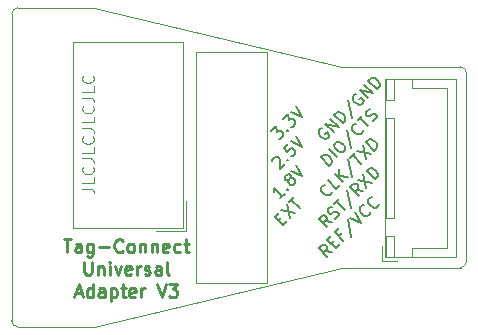
<source format=gto>
G04 #@! TF.GenerationSoftware,KiCad,Pcbnew,5.1.4+dfsg1-1*
G04 #@! TF.CreationDate,2019-12-02T03:44:51+01:00*
G04 #@! TF.ProjectId,JlinkBreakout,4a6c696e-6b42-4726-9561-6b6f75742e6b,rev?*
G04 #@! TF.SameCoordinates,Original*
G04 #@! TF.FileFunction,Legend,Top*
G04 #@! TF.FilePolarity,Positive*
%FSLAX46Y46*%
G04 Gerber Fmt 4.6, Leading zero omitted, Abs format (unit mm)*
G04 Created by KiCad (PCBNEW 5.1.4+dfsg1-1) date 2019-12-02 03:44:51*
%MOMM*%
%LPD*%
G04 APERTURE LIST*
%ADD10C,0.120000*%
%ADD11C,0.200000*%
%ADD12C,0.250000*%
%ADD13C,0.050000*%
%ADD14C,0.100000*%
G04 APERTURE END LIST*
D10*
X63952380Y-48319047D02*
X64666666Y-48319047D01*
X64809523Y-48366666D01*
X64904761Y-48461904D01*
X64952380Y-48604761D01*
X64952380Y-48700000D01*
X64952380Y-47366666D02*
X64952380Y-47842857D01*
X63952380Y-47842857D01*
X64857142Y-46461904D02*
X64904761Y-46509523D01*
X64952380Y-46652380D01*
X64952380Y-46747619D01*
X64904761Y-46890476D01*
X64809523Y-46985714D01*
X64714285Y-47033333D01*
X64523809Y-47080952D01*
X64380952Y-47080952D01*
X64190476Y-47033333D01*
X64095238Y-46985714D01*
X64000000Y-46890476D01*
X63952380Y-46747619D01*
X63952380Y-46652380D01*
X64000000Y-46509523D01*
X64047619Y-46461904D01*
X63952380Y-45747619D02*
X64666666Y-45747619D01*
X64809523Y-45795238D01*
X64904761Y-45890476D01*
X64952380Y-46033333D01*
X64952380Y-46128571D01*
X64952380Y-44795238D02*
X64952380Y-45271428D01*
X63952380Y-45271428D01*
X64857142Y-43890476D02*
X64904761Y-43938095D01*
X64952380Y-44080952D01*
X64952380Y-44176190D01*
X64904761Y-44319047D01*
X64809523Y-44414285D01*
X64714285Y-44461904D01*
X64523809Y-44509523D01*
X64380952Y-44509523D01*
X64190476Y-44461904D01*
X64095238Y-44414285D01*
X64000000Y-44319047D01*
X63952380Y-44176190D01*
X63952380Y-44080952D01*
X64000000Y-43938095D01*
X64047619Y-43890476D01*
X63952380Y-43176190D02*
X64666666Y-43176190D01*
X64809523Y-43223809D01*
X64904761Y-43319047D01*
X64952380Y-43461904D01*
X64952380Y-43557142D01*
X64952380Y-42223809D02*
X64952380Y-42700000D01*
X63952380Y-42700000D01*
X64857142Y-41319047D02*
X64904761Y-41366666D01*
X64952380Y-41509523D01*
X64952380Y-41604761D01*
X64904761Y-41747619D01*
X64809523Y-41842857D01*
X64714285Y-41890476D01*
X64523809Y-41938095D01*
X64380952Y-41938095D01*
X64190476Y-41890476D01*
X64095238Y-41842857D01*
X64000000Y-41747619D01*
X63952380Y-41604761D01*
X63952380Y-41509523D01*
X64000000Y-41366666D01*
X64047619Y-41319047D01*
X63952380Y-40604761D02*
X64666666Y-40604761D01*
X64809523Y-40652380D01*
X64904761Y-40747619D01*
X64952380Y-40890476D01*
X64952380Y-40985714D01*
X64952380Y-39652380D02*
X64952380Y-40128571D01*
X63952380Y-40128571D01*
X64857142Y-38747619D02*
X64904761Y-38795238D01*
X64952380Y-38938095D01*
X64952380Y-39033333D01*
X64904761Y-39176190D01*
X64809523Y-39271428D01*
X64714285Y-39319047D01*
X64523809Y-39366666D01*
X64380952Y-39366666D01*
X64190476Y-39319047D01*
X64095238Y-39271428D01*
X64000000Y-39176190D01*
X63952380Y-39033333D01*
X63952380Y-38938095D01*
X64000000Y-38795238D01*
X64047619Y-38747619D01*
D11*
X85118442Y-51171320D02*
X84546023Y-51070305D01*
X84714381Y-51575381D02*
X84007275Y-50868274D01*
X84276649Y-50598900D01*
X84377664Y-50565228D01*
X84445007Y-50565228D01*
X84546023Y-50598900D01*
X84647038Y-50699915D01*
X84680710Y-50800931D01*
X84680710Y-50868274D01*
X84647038Y-50969289D01*
X84377664Y-51238663D01*
X85354145Y-50868274D02*
X85488832Y-50800931D01*
X85657190Y-50632572D01*
X85690862Y-50531557D01*
X85690862Y-50464213D01*
X85657190Y-50363198D01*
X85589847Y-50295854D01*
X85488832Y-50262183D01*
X85421488Y-50262183D01*
X85320473Y-50295854D01*
X85152114Y-50396870D01*
X85051099Y-50430541D01*
X84983755Y-50430541D01*
X84882740Y-50396870D01*
X84815397Y-50329526D01*
X84781725Y-50228511D01*
X84781725Y-50161167D01*
X84815397Y-50060152D01*
X84983755Y-49891793D01*
X85118442Y-49824450D01*
X85286801Y-49588748D02*
X85690862Y-49184687D01*
X86195938Y-50093824D02*
X85488832Y-49386717D01*
X86397969Y-48410236D02*
X86701015Y-49925465D01*
X87778511Y-48511251D02*
X87206091Y-48410236D01*
X87374450Y-48915312D02*
X86667343Y-48208206D01*
X86936717Y-47938832D01*
X87037732Y-47905160D01*
X87105076Y-47905160D01*
X87206091Y-47938832D01*
X87307106Y-48039847D01*
X87340778Y-48140862D01*
X87340778Y-48208206D01*
X87307106Y-48309221D01*
X87037732Y-48578595D01*
X87307106Y-47568442D02*
X88485618Y-47804145D01*
X87778511Y-47097038D02*
X88014213Y-48275549D01*
X88754992Y-47534771D02*
X88047885Y-46827664D01*
X88216244Y-46659305D01*
X88350931Y-46591962D01*
X88485618Y-46591962D01*
X88586633Y-46625633D01*
X88754992Y-46726649D01*
X88856007Y-46827664D01*
X88957022Y-46996023D01*
X88990694Y-47097038D01*
X88990694Y-47231725D01*
X88923350Y-47366412D01*
X88754992Y-47534771D01*
X80591877Y-51007106D02*
X80827580Y-50771404D01*
X81298984Y-51040778D02*
X80962267Y-51377496D01*
X80255160Y-50670389D01*
X80591877Y-50333671D01*
X80827580Y-50097969D02*
X82006091Y-50333671D01*
X81298984Y-49626564D02*
X81534687Y-50805076D01*
X81467343Y-49458206D02*
X81871404Y-49054145D01*
X82376480Y-49963282D02*
X81669374Y-49256175D01*
X81113790Y-48725973D02*
X80709729Y-49130034D01*
X80911759Y-48928003D02*
X80204652Y-48220896D01*
X80238324Y-48389255D01*
X80238324Y-48523942D01*
X80204652Y-48624957D01*
X81349492Y-48355583D02*
X81416835Y-48355583D01*
X81416835Y-48422927D01*
X81349492Y-48422927D01*
X81349492Y-48355583D01*
X81416835Y-48422927D01*
X81450507Y-47581133D02*
X81349492Y-47614805D01*
X81282148Y-47614805D01*
X81181133Y-47581133D01*
X81147461Y-47547461D01*
X81113790Y-47446446D01*
X81113790Y-47379103D01*
X81147461Y-47278087D01*
X81282148Y-47143400D01*
X81383164Y-47109729D01*
X81450507Y-47109729D01*
X81551522Y-47143400D01*
X81585194Y-47177072D01*
X81618866Y-47278087D01*
X81618866Y-47345431D01*
X81585194Y-47446446D01*
X81450507Y-47581133D01*
X81416835Y-47682148D01*
X81416835Y-47749492D01*
X81450507Y-47850507D01*
X81585194Y-47985194D01*
X81686209Y-48018866D01*
X81753553Y-48018866D01*
X81854568Y-47985194D01*
X81989255Y-47850507D01*
X82022927Y-47749492D01*
X82022927Y-47682148D01*
X81989255Y-47581133D01*
X81854568Y-47446446D01*
X81753553Y-47412774D01*
X81686209Y-47412774D01*
X81585194Y-47446446D01*
X81618866Y-46806683D02*
X82561675Y-47278087D01*
X82090270Y-46335278D01*
X80069965Y-45990270D02*
X80069965Y-45922927D01*
X80103637Y-45821912D01*
X80271996Y-45653553D01*
X80373011Y-45619881D01*
X80440355Y-45619881D01*
X80541370Y-45653553D01*
X80608713Y-45720896D01*
X80676057Y-45855583D01*
X80676057Y-46663705D01*
X81113790Y-46225973D01*
X81349492Y-45855583D02*
X81416835Y-45855583D01*
X81416835Y-45922927D01*
X81349492Y-45922927D01*
X81349492Y-45855583D01*
X81416835Y-45922927D01*
X81383164Y-44542385D02*
X81046446Y-44879103D01*
X81349492Y-45249492D01*
X81349492Y-45182148D01*
X81383164Y-45081133D01*
X81551522Y-44912774D01*
X81652538Y-44879103D01*
X81719881Y-44879103D01*
X81820896Y-44912774D01*
X81989255Y-45081133D01*
X82022927Y-45182148D01*
X82022927Y-45249492D01*
X81989255Y-45350507D01*
X81820896Y-45518866D01*
X81719881Y-45552538D01*
X81652538Y-45552538D01*
X81618866Y-44306683D02*
X82561675Y-44778087D01*
X82090270Y-43835278D01*
X79968950Y-43456599D02*
X80406683Y-43018866D01*
X80440355Y-43523942D01*
X80541370Y-43422927D01*
X80642385Y-43389255D01*
X80709729Y-43389255D01*
X80810744Y-43422927D01*
X80979103Y-43591286D01*
X81012774Y-43692301D01*
X81012774Y-43759644D01*
X80979103Y-43860660D01*
X80777072Y-44062690D01*
X80676057Y-44096362D01*
X80608713Y-44096362D01*
X81349492Y-43355583D02*
X81416835Y-43355583D01*
X81416835Y-43422927D01*
X81349492Y-43422927D01*
X81349492Y-43355583D01*
X81416835Y-43422927D01*
X80979103Y-42446446D02*
X81416835Y-42008713D01*
X81450507Y-42513790D01*
X81551522Y-42412774D01*
X81652538Y-42379103D01*
X81719881Y-42379103D01*
X81820896Y-42412774D01*
X81989255Y-42581133D01*
X82022927Y-42682148D01*
X82022927Y-42749492D01*
X81989255Y-42850507D01*
X81787225Y-43052538D01*
X81686209Y-43086209D01*
X81618866Y-43086209D01*
X81618866Y-41806683D02*
X82561675Y-42278087D01*
X82090270Y-41335278D01*
X84259813Y-43183079D02*
X84158798Y-43216751D01*
X84057782Y-43317766D01*
X83990439Y-43452453D01*
X83990439Y-43587140D01*
X84024111Y-43688156D01*
X84125126Y-43856514D01*
X84226141Y-43957530D01*
X84394500Y-44058545D01*
X84495515Y-44092217D01*
X84630202Y-44092217D01*
X84764889Y-44024873D01*
X84832233Y-43957530D01*
X84899576Y-43822843D01*
X84899576Y-43755499D01*
X84663874Y-43519797D01*
X84529187Y-43654484D01*
X85269965Y-43519797D02*
X84562859Y-42812690D01*
X85674026Y-43115736D01*
X84966920Y-42408629D01*
X86010744Y-42779018D02*
X85303637Y-42071912D01*
X85471996Y-41903553D01*
X85606683Y-41836209D01*
X85741370Y-41836209D01*
X85842385Y-41869881D01*
X86010744Y-41970896D01*
X86111759Y-42071912D01*
X86212774Y-42240270D01*
X86246446Y-42341286D01*
X86246446Y-42475973D01*
X86179103Y-42610660D01*
X86010744Y-42779018D01*
X86482148Y-40826057D02*
X86785194Y-42341286D01*
X87155583Y-40287309D02*
X87054568Y-40320981D01*
X86953553Y-40421996D01*
X86886209Y-40556683D01*
X86886209Y-40691370D01*
X86919881Y-40792385D01*
X87020896Y-40960744D01*
X87121912Y-41061759D01*
X87290270Y-41162774D01*
X87391286Y-41196446D01*
X87525973Y-41196446D01*
X87660660Y-41129103D01*
X87728003Y-41061759D01*
X87795347Y-40927072D01*
X87795347Y-40859729D01*
X87559644Y-40624026D01*
X87424957Y-40758713D01*
X88165736Y-40624026D02*
X87458629Y-39916920D01*
X88569797Y-40219965D01*
X87862690Y-39512859D01*
X88906514Y-39883248D02*
X88199408Y-39176141D01*
X88367766Y-39007782D01*
X88502453Y-38940439D01*
X88637140Y-38940439D01*
X88738156Y-38974111D01*
X88906514Y-39075126D01*
X89007530Y-39176141D01*
X89108545Y-39344500D01*
X89142217Y-39445515D01*
X89142217Y-39580202D01*
X89074873Y-39714889D01*
X88906514Y-39883248D01*
X84865904Y-46373858D02*
X84158798Y-45666751D01*
X84327156Y-45498392D01*
X84461843Y-45431049D01*
X84596530Y-45431049D01*
X84697546Y-45464721D01*
X84865904Y-45565736D01*
X84966920Y-45666751D01*
X85067935Y-45835110D01*
X85101607Y-45936125D01*
X85101607Y-46070812D01*
X85034263Y-46205499D01*
X84865904Y-46373858D01*
X85573011Y-45666751D02*
X84865904Y-44959644D01*
X85337309Y-44488240D02*
X85471996Y-44353553D01*
X85573011Y-44319881D01*
X85707698Y-44319881D01*
X85876057Y-44420896D01*
X86111759Y-44656599D01*
X86212774Y-44824957D01*
X86212774Y-44959644D01*
X86179103Y-45060660D01*
X86044416Y-45195347D01*
X85943400Y-45229018D01*
X85808713Y-45229018D01*
X85640355Y-45128003D01*
X85404652Y-44892301D01*
X85303637Y-44723942D01*
X85303637Y-44589255D01*
X85337309Y-44488240D01*
X86414805Y-43343400D02*
X86717851Y-44858629D01*
X87728003Y-43377072D02*
X87728003Y-43444416D01*
X87660660Y-43579103D01*
X87593316Y-43646446D01*
X87458629Y-43713790D01*
X87323942Y-43713790D01*
X87222927Y-43680118D01*
X87054568Y-43579103D01*
X86953553Y-43478087D01*
X86852538Y-43309729D01*
X86818866Y-43208713D01*
X86818866Y-43074026D01*
X86886209Y-42939339D01*
X86953553Y-42871996D01*
X87088240Y-42804652D01*
X87155583Y-42804652D01*
X87290270Y-42535278D02*
X87694331Y-42131217D01*
X88199408Y-43040355D02*
X87492301Y-42333248D01*
X88569797Y-42602622D02*
X88704484Y-42535278D01*
X88872843Y-42366920D01*
X88906514Y-42265904D01*
X88906514Y-42198561D01*
X88872843Y-42097546D01*
X88805499Y-42030202D01*
X88704484Y-41996530D01*
X88637140Y-41996530D01*
X88536125Y-42030202D01*
X88367766Y-42131217D01*
X88266751Y-42164889D01*
X88199408Y-42164889D01*
X88098392Y-42131217D01*
X88031049Y-42063874D01*
X87997377Y-41962859D01*
X87997377Y-41895515D01*
X88031049Y-41794500D01*
X88199408Y-41626141D01*
X88334095Y-41558798D01*
X85135278Y-53654484D02*
X84562859Y-53553469D01*
X84731217Y-54058545D02*
X84024111Y-53351438D01*
X84293485Y-53082064D01*
X84394500Y-53048392D01*
X84461843Y-53048392D01*
X84562859Y-53082064D01*
X84663874Y-53183079D01*
X84697546Y-53284095D01*
X84697546Y-53351438D01*
X84663874Y-53452453D01*
X84394500Y-53721827D01*
X85067935Y-52981049D02*
X85303637Y-52745347D01*
X85775042Y-53014721D02*
X85438324Y-53351438D01*
X84731217Y-52644331D01*
X85067935Y-52307614D01*
X85943400Y-52105583D02*
X85707698Y-52341286D01*
X86078087Y-52711675D02*
X85370981Y-52004568D01*
X85707698Y-51667851D01*
X86448477Y-50859729D02*
X86751522Y-52374957D01*
X86616835Y-50758713D02*
X87559644Y-51230118D01*
X87088240Y-50287309D01*
X88367766Y-50287309D02*
X88367766Y-50354652D01*
X88300423Y-50489339D01*
X88233079Y-50556683D01*
X88098392Y-50624026D01*
X87963705Y-50624026D01*
X87862690Y-50590355D01*
X87694331Y-50489339D01*
X87593316Y-50388324D01*
X87492301Y-50219965D01*
X87458629Y-50118950D01*
X87458629Y-49984263D01*
X87525973Y-49849576D01*
X87593316Y-49782233D01*
X87728003Y-49714889D01*
X87795347Y-49714889D01*
X89074873Y-49580202D02*
X89074873Y-49647546D01*
X89007530Y-49782233D01*
X88940186Y-49849576D01*
X88805499Y-49916920D01*
X88670812Y-49916920D01*
X88569797Y-49883248D01*
X88401438Y-49782233D01*
X88300423Y-49681217D01*
X88199408Y-49512859D01*
X88165736Y-49411843D01*
X88165736Y-49277156D01*
X88233079Y-49142469D01*
X88300423Y-49075126D01*
X88435110Y-49007782D01*
X88502453Y-49007782D01*
X85101607Y-48553469D02*
X85101607Y-48620812D01*
X85034263Y-48755499D01*
X84966920Y-48822843D01*
X84832233Y-48890186D01*
X84697546Y-48890186D01*
X84596530Y-48856514D01*
X84428172Y-48755499D01*
X84327156Y-48654484D01*
X84226141Y-48486125D01*
X84192469Y-48385110D01*
X84192469Y-48250423D01*
X84259813Y-48115736D01*
X84327156Y-48048392D01*
X84461843Y-47981049D01*
X84529187Y-47981049D01*
X85808713Y-47981049D02*
X85471996Y-48317766D01*
X84764889Y-47610660D01*
X86044416Y-47745347D02*
X85337309Y-47038240D01*
X86448477Y-47341286D02*
X85741370Y-47240270D01*
X85741370Y-46634179D02*
X85741370Y-47442301D01*
X86515820Y-45792385D02*
X86818866Y-47307614D01*
X86684179Y-45691370D02*
X87088240Y-45287309D01*
X87593316Y-46196446D02*
X86886209Y-45489339D01*
X87256599Y-45118950D02*
X88435110Y-45354652D01*
X87728003Y-44647546D02*
X87963705Y-45826057D01*
X88704484Y-45085278D02*
X87997377Y-44378172D01*
X88165736Y-44209813D01*
X88300423Y-44142469D01*
X88435110Y-44142469D01*
X88536125Y-44176141D01*
X88704484Y-44277156D01*
X88805499Y-44378172D01*
X88906514Y-44546530D01*
X88940186Y-44647546D01*
X88940186Y-44782233D01*
X88872843Y-44916920D01*
X88704484Y-45085278D01*
D12*
X62409523Y-52597619D02*
X63038095Y-52597619D01*
X62723809Y-53697619D02*
X62723809Y-52597619D01*
X63876190Y-53697619D02*
X63876190Y-53121428D01*
X63823809Y-53016666D01*
X63719047Y-52964285D01*
X63509523Y-52964285D01*
X63404761Y-53016666D01*
X63876190Y-53645238D02*
X63771428Y-53697619D01*
X63509523Y-53697619D01*
X63404761Y-53645238D01*
X63352380Y-53540476D01*
X63352380Y-53435714D01*
X63404761Y-53330952D01*
X63509523Y-53278571D01*
X63771428Y-53278571D01*
X63876190Y-53226190D01*
X64871428Y-52964285D02*
X64871428Y-53854761D01*
X64819047Y-53959523D01*
X64766666Y-54011904D01*
X64661904Y-54064285D01*
X64504761Y-54064285D01*
X64400000Y-54011904D01*
X64871428Y-53645238D02*
X64766666Y-53697619D01*
X64557142Y-53697619D01*
X64452380Y-53645238D01*
X64400000Y-53592857D01*
X64347619Y-53488095D01*
X64347619Y-53173809D01*
X64400000Y-53069047D01*
X64452380Y-53016666D01*
X64557142Y-52964285D01*
X64766666Y-52964285D01*
X64871428Y-53016666D01*
X65395238Y-53278571D02*
X66233333Y-53278571D01*
X67385714Y-53592857D02*
X67333333Y-53645238D01*
X67176190Y-53697619D01*
X67071428Y-53697619D01*
X66914285Y-53645238D01*
X66809523Y-53540476D01*
X66757142Y-53435714D01*
X66704761Y-53226190D01*
X66704761Y-53069047D01*
X66757142Y-52859523D01*
X66809523Y-52754761D01*
X66914285Y-52650000D01*
X67071428Y-52597619D01*
X67176190Y-52597619D01*
X67333333Y-52650000D01*
X67385714Y-52702380D01*
X68014285Y-53697619D02*
X67909523Y-53645238D01*
X67857142Y-53592857D01*
X67804761Y-53488095D01*
X67804761Y-53173809D01*
X67857142Y-53069047D01*
X67909523Y-53016666D01*
X68014285Y-52964285D01*
X68171428Y-52964285D01*
X68276190Y-53016666D01*
X68328571Y-53069047D01*
X68380952Y-53173809D01*
X68380952Y-53488095D01*
X68328571Y-53592857D01*
X68276190Y-53645238D01*
X68171428Y-53697619D01*
X68014285Y-53697619D01*
X68852380Y-52964285D02*
X68852380Y-53697619D01*
X68852380Y-53069047D02*
X68904761Y-53016666D01*
X69009523Y-52964285D01*
X69166666Y-52964285D01*
X69271428Y-53016666D01*
X69323809Y-53121428D01*
X69323809Y-53697619D01*
X69847619Y-52964285D02*
X69847619Y-53697619D01*
X69847619Y-53069047D02*
X69900000Y-53016666D01*
X70004761Y-52964285D01*
X70161904Y-52964285D01*
X70266666Y-53016666D01*
X70319047Y-53121428D01*
X70319047Y-53697619D01*
X71261904Y-53645238D02*
X71157142Y-53697619D01*
X70947619Y-53697619D01*
X70842857Y-53645238D01*
X70790476Y-53540476D01*
X70790476Y-53121428D01*
X70842857Y-53016666D01*
X70947619Y-52964285D01*
X71157142Y-52964285D01*
X71261904Y-53016666D01*
X71314285Y-53121428D01*
X71314285Y-53226190D01*
X70790476Y-53330952D01*
X72257142Y-53645238D02*
X72152380Y-53697619D01*
X71942857Y-53697619D01*
X71838095Y-53645238D01*
X71785714Y-53592857D01*
X71733333Y-53488095D01*
X71733333Y-53173809D01*
X71785714Y-53069047D01*
X71838095Y-53016666D01*
X71942857Y-52964285D01*
X72152380Y-52964285D01*
X72257142Y-53016666D01*
X72571428Y-52964285D02*
X72990476Y-52964285D01*
X72728571Y-52597619D02*
X72728571Y-53540476D01*
X72780952Y-53645238D01*
X72885714Y-53697619D01*
X72990476Y-53697619D01*
X64164285Y-54497619D02*
X64164285Y-55388095D01*
X64216666Y-55492857D01*
X64269047Y-55545238D01*
X64373809Y-55597619D01*
X64583333Y-55597619D01*
X64688095Y-55545238D01*
X64740476Y-55492857D01*
X64792857Y-55388095D01*
X64792857Y-54497619D01*
X65316666Y-54864285D02*
X65316666Y-55597619D01*
X65316666Y-54969047D02*
X65369047Y-54916666D01*
X65473809Y-54864285D01*
X65630952Y-54864285D01*
X65735714Y-54916666D01*
X65788095Y-55021428D01*
X65788095Y-55597619D01*
X66311904Y-55597619D02*
X66311904Y-54864285D01*
X66311904Y-54497619D02*
X66259523Y-54550000D01*
X66311904Y-54602380D01*
X66364285Y-54550000D01*
X66311904Y-54497619D01*
X66311904Y-54602380D01*
X66730952Y-54864285D02*
X66992857Y-55597619D01*
X67254761Y-54864285D01*
X68092857Y-55545238D02*
X67988095Y-55597619D01*
X67778571Y-55597619D01*
X67673809Y-55545238D01*
X67621428Y-55440476D01*
X67621428Y-55021428D01*
X67673809Y-54916666D01*
X67778571Y-54864285D01*
X67988095Y-54864285D01*
X68092857Y-54916666D01*
X68145238Y-55021428D01*
X68145238Y-55126190D01*
X67621428Y-55230952D01*
X68616666Y-55597619D02*
X68616666Y-54864285D01*
X68616666Y-55073809D02*
X68669047Y-54969047D01*
X68721428Y-54916666D01*
X68826190Y-54864285D01*
X68930952Y-54864285D01*
X69245238Y-55545238D02*
X69350000Y-55597619D01*
X69559523Y-55597619D01*
X69664285Y-55545238D01*
X69716666Y-55440476D01*
X69716666Y-55388095D01*
X69664285Y-55283333D01*
X69559523Y-55230952D01*
X69402380Y-55230952D01*
X69297619Y-55178571D01*
X69245238Y-55073809D01*
X69245238Y-55021428D01*
X69297619Y-54916666D01*
X69402380Y-54864285D01*
X69559523Y-54864285D01*
X69664285Y-54916666D01*
X70659523Y-55597619D02*
X70659523Y-55021428D01*
X70607142Y-54916666D01*
X70502380Y-54864285D01*
X70292857Y-54864285D01*
X70188095Y-54916666D01*
X70659523Y-55545238D02*
X70554761Y-55597619D01*
X70292857Y-55597619D01*
X70188095Y-55545238D01*
X70135714Y-55440476D01*
X70135714Y-55335714D01*
X70188095Y-55230952D01*
X70292857Y-55178571D01*
X70554761Y-55178571D01*
X70659523Y-55126190D01*
X71340476Y-55597619D02*
X71235714Y-55545238D01*
X71183333Y-55440476D01*
X71183333Y-54497619D01*
X63404761Y-57183333D02*
X63928571Y-57183333D01*
X63300000Y-57497619D02*
X63666666Y-56397619D01*
X64033333Y-57497619D01*
X64871428Y-57497619D02*
X64871428Y-56397619D01*
X64871428Y-57445238D02*
X64766666Y-57497619D01*
X64557142Y-57497619D01*
X64452380Y-57445238D01*
X64400000Y-57392857D01*
X64347619Y-57288095D01*
X64347619Y-56973809D01*
X64400000Y-56869047D01*
X64452380Y-56816666D01*
X64557142Y-56764285D01*
X64766666Y-56764285D01*
X64871428Y-56816666D01*
X65866666Y-57497619D02*
X65866666Y-56921428D01*
X65814285Y-56816666D01*
X65709523Y-56764285D01*
X65500000Y-56764285D01*
X65395238Y-56816666D01*
X65866666Y-57445238D02*
X65761904Y-57497619D01*
X65500000Y-57497619D01*
X65395238Y-57445238D01*
X65342857Y-57340476D01*
X65342857Y-57235714D01*
X65395238Y-57130952D01*
X65500000Y-57078571D01*
X65761904Y-57078571D01*
X65866666Y-57026190D01*
X66390476Y-56764285D02*
X66390476Y-57864285D01*
X66390476Y-56816666D02*
X66495238Y-56764285D01*
X66704761Y-56764285D01*
X66809523Y-56816666D01*
X66861904Y-56869047D01*
X66914285Y-56973809D01*
X66914285Y-57288095D01*
X66861904Y-57392857D01*
X66809523Y-57445238D01*
X66704761Y-57497619D01*
X66495238Y-57497619D01*
X66390476Y-57445238D01*
X67228571Y-56764285D02*
X67647619Y-56764285D01*
X67385714Y-56397619D02*
X67385714Y-57340476D01*
X67438095Y-57445238D01*
X67542857Y-57497619D01*
X67647619Y-57497619D01*
X68433333Y-57445238D02*
X68328571Y-57497619D01*
X68119047Y-57497619D01*
X68014285Y-57445238D01*
X67961904Y-57340476D01*
X67961904Y-56921428D01*
X68014285Y-56816666D01*
X68119047Y-56764285D01*
X68328571Y-56764285D01*
X68433333Y-56816666D01*
X68485714Y-56921428D01*
X68485714Y-57026190D01*
X67961904Y-57130952D01*
X68957142Y-57497619D02*
X68957142Y-56764285D01*
X68957142Y-56973809D02*
X69009523Y-56869047D01*
X69061904Y-56816666D01*
X69166666Y-56764285D01*
X69271428Y-56764285D01*
X70319047Y-56397619D02*
X70685714Y-57497619D01*
X71052380Y-56397619D01*
X71314285Y-56397619D02*
X71995238Y-56397619D01*
X71628571Y-56816666D01*
X71785714Y-56816666D01*
X71890476Y-56869047D01*
X71942857Y-56921428D01*
X71995238Y-57026190D01*
X71995238Y-57288095D01*
X71942857Y-57392857D01*
X71890476Y-57445238D01*
X71785714Y-57497619D01*
X71471428Y-57497619D01*
X71366666Y-57445238D01*
X71314285Y-57392857D01*
D13*
X58500000Y-60000000D02*
G75*
G02X58000000Y-59500000I0J500000D01*
G01*
X58000000Y-33500000D02*
G75*
G02X58500000Y-33000000I500000J0D01*
G01*
X96000000Y-38000000D02*
G75*
G02X96500000Y-38500000I0J-500000D01*
G01*
X96500000Y-54500000D02*
G75*
G02X96000000Y-55000000I-500000J0D01*
G01*
X86000000Y-38000000D02*
X65000000Y-33000000D01*
X96000000Y-38000000D02*
X86000000Y-38000000D01*
X96500000Y-54500000D02*
X96500000Y-38500000D01*
X86000000Y-55000000D02*
X96000000Y-55000000D01*
X65000000Y-60000000D02*
X86000000Y-55000000D01*
X65000000Y-33000000D02*
X58500000Y-33000000D01*
X58500000Y-60000000D02*
X65000000Y-60000000D01*
X58000000Y-33500000D02*
X58000000Y-59500000D01*
D14*
X73600000Y-56300000D02*
X73600000Y-36700000D01*
X79600000Y-56300000D02*
X73600000Y-56300000D01*
X79600000Y-36700000D02*
X79600000Y-56300000D01*
X73600000Y-36700000D02*
X79600000Y-36700000D01*
D10*
X89640000Y-54110000D02*
X95610000Y-54110000D01*
X95610000Y-54110000D02*
X95610000Y-38990000D01*
X95610000Y-38990000D02*
X89640000Y-38990000D01*
X89640000Y-38990000D02*
X89640000Y-54110000D01*
X89650000Y-50800000D02*
X90400000Y-50800000D01*
X90400000Y-50800000D02*
X90400000Y-42300000D01*
X90400000Y-42300000D02*
X89650000Y-42300000D01*
X89650000Y-42300000D02*
X89650000Y-50800000D01*
X89650000Y-54100000D02*
X90400000Y-54100000D01*
X90400000Y-54100000D02*
X90400000Y-52300000D01*
X90400000Y-52300000D02*
X89650000Y-52300000D01*
X89650000Y-52300000D02*
X89650000Y-54100000D01*
X89650000Y-40800000D02*
X90400000Y-40800000D01*
X90400000Y-40800000D02*
X90400000Y-39000000D01*
X90400000Y-39000000D02*
X89650000Y-39000000D01*
X89650000Y-39000000D02*
X89650000Y-40800000D01*
X91900000Y-54100000D02*
X91900000Y-53350000D01*
X91900000Y-53350000D02*
X94850000Y-53350000D01*
X94850000Y-53350000D02*
X94850000Y-46550000D01*
X91900000Y-39000000D02*
X91900000Y-39750000D01*
X91900000Y-39750000D02*
X94850000Y-39750000D01*
X94850000Y-39750000D02*
X94850000Y-46550000D01*
X89350000Y-53150000D02*
X89350000Y-54400000D01*
X89350000Y-54400000D02*
X90600000Y-54400000D01*
X63155000Y-51650000D02*
X63155000Y-35870000D01*
X63155000Y-35870000D02*
X72505000Y-35870000D01*
X72505000Y-35870000D02*
X72505000Y-51650000D01*
X72505000Y-51650000D02*
X63155000Y-51650000D01*
X72755000Y-51900000D02*
X72755000Y-49360000D01*
X72755000Y-51900000D02*
X70215000Y-51900000D01*
M02*

</source>
